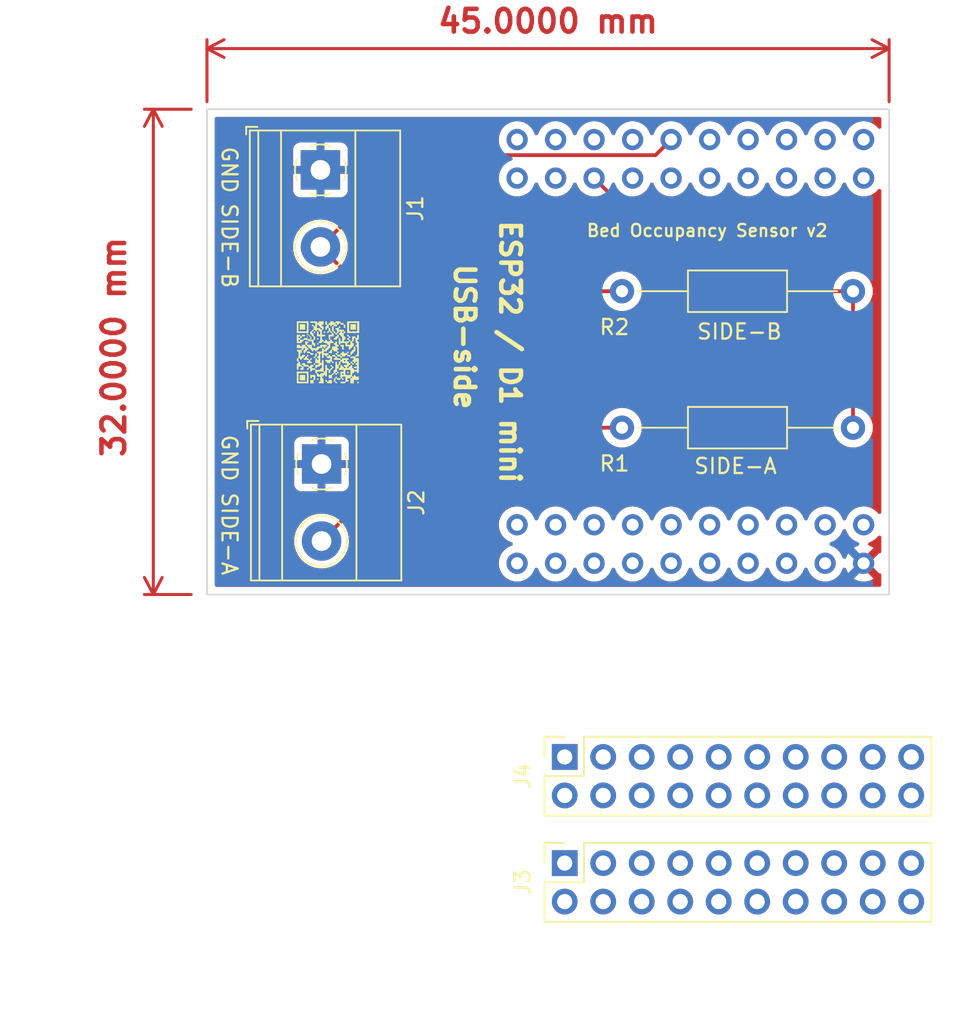
<source format=kicad_pcb>
(kicad_pcb (version 20211014) (generator pcbnew)
  (layers (0 "F.Cu" signal) (31 "B.Cu" signal) (34 "B.Paste" user) (35 "F.Paste" user) (36 "B.SilkS" user "B.Silkscreen") (37 "F.SilkS" user "F.Silkscreen") (38 "B.Mask" user) (39 "F.Mask" user) (44 "Edge.Cuts" user))
  (net 0 "")
  (net 6 "GND")
  (net 35 "/SIDE_A")
  (net 36 "/SIDE_B")
  (net 37 "Net-(R1-Pad1)")
  (footprint "Connector_PinSocket_2.54mm:PinSocket_2x10_P2.54mm_Vertical" (layer "F.Cu") (at 179.6 140.71 90)
    (fp_text reference "J3" (at -1.27 -2.77 90) (layer "F.SilkS"))
    (fp_text value "Conn_02x10_Top_Bottom")
    (pad "1" thru_hole rect (at 0 0 90) (size 1.7 1.7) (drill 1) (layers *.Cu *.Mask))
    (pad "2" thru_hole oval (at -2.54 0 90) (size 1.7 1.7) (drill 1) (layers *.Cu *.Mask))
    (pad "3" thru_hole oval (at 0 2.54 90) (size 1.7 1.7) (drill 1) (layers *.Cu *.Mask))
    (pad "4" thru_hole oval (at -2.54 2.54 90) (size 1.7 1.7) (drill 1) (layers *.Cu *.Mask))
    (pad "5" thru_hole oval (at 0 5.08 90) (size 1.7 1.7) (drill 1) (layers *.Cu *.Mask))
    (pad "6" thru_hole oval (at -2.54 5.08 90) (size 1.7 1.7) (drill 1) (layers *.Cu *.Mask))
    (pad "7" thru_hole oval (at 0 7.62 90) (size 1.7 1.7) (drill 1) (layers *.Cu *.Mask))
    (pad "8" thru_hole oval (at -2.54 7.62 90) (size 1.7 1.7) (drill 1) (layers *.Cu *.Mask))
    (pad "9" thru_hole oval (at 0 10.16 90) (size 1.7 1.7) (drill 1) (layers *.Cu *.Mask))
    (pad "10" thru_hole oval (at -2.54 10.16 90) (size 1.7 1.7) (drill 1) (layers *.Cu *.Mask))
    (pad "11" thru_hole oval (at 0 12.7 90) (size 1.7 1.7) (drill 1) (layers *.Cu *.Mask))
    (pad "12" thru_hole oval (at -2.54 12.7 90) (size 1.7 1.7) (drill 1) (layers *.Cu *.Mask))
    (pad "13" thru_hole oval (at 0 15.24 90) (size 1.7 1.7) (drill 1) (layers *.Cu *.Mask))
    (pad "14" thru_hole oval (at -2.54 15.24 90) (size 1.7 1.7) (drill 1) (layers *.Cu *.Mask))
    (pad "15" thru_hole oval (at 0 17.78 90) (size 1.7 1.7) (drill 1) (layers *.Cu *.Mask))
    (pad "16" thru_hole oval (at -2.54 17.78 90) (size 1.7 1.7) (drill 1) (layers *.Cu *.Mask))
    (pad "17" thru_hole oval (at 0 20.32 90) (size 1.7 1.7) (drill 1) (layers *.Cu *.Mask))
    (pad "18" thru_hole oval (at -2.54 20.32 90) (size 1.7 1.7) (drill 1) (layers *.Cu *.Mask))
    (pad "19" thru_hole oval (at 0 22.86 90) (size 1.7 1.7) (drill 1) (layers *.Cu *.Mask))
    (pad "20" thru_hole oval (at -2.54 22.86 90) (size 1.7 1.7) (drill 1) (layers *.Cu *.Mask))
  )
  (footprint "TerminalBlock_Phoenix:TerminalBlock_Phoenix_MKDS-1,5-2-5.08_1x02_P5.08mm_Horizontal" (layer "F.Cu") (at 163.48582 95 -90)
    (fp_text reference "J1" (at 2.54 -6.26 90) (layer "F.SilkS"))
    (fp_text value "Screw_Terminal_01x02" hide)
    (pad "1" thru_hole rect (at 0 0 270) (size 2.6 2.6) (drill 1.3) (layers *.Cu *.Mask) (net 6 "GND"))
    (pad "2" thru_hole circle (at 5.08 0 270) (size 2.6 2.6) (drill 1.3) (layers *.Cu *.Mask) (net 36 "/SIDE_B"))
  )
  (footprint "Resistor_THT:R_Axial_DIN0207_L6.3mm_D2.5mm_P15.24mm_Horizontal" (layer "F.Cu") (at 198.62 112 180)
    (fp_text reference "R1" (at 15.74 -2.37) (layer "F.SilkS"))
    (fp_text value "1MOhm" hide)
    (pad "1" thru_hole circle (at 0 0 180) (size 1.6 1.6) (drill 0.8) (layers *.Cu *.Mask) (net 37 "Net-(R1-Pad1)"))
    (pad "2" thru_hole oval (at 15.24 0 180) (size 1.6 1.6) (drill 0.8) (layers *.Cu *.Mask) (net 35 "/SIDE_A"))
  )
  (footprint "Resistor_THT:R_Axial_DIN0207_L6.3mm_D2.5mm_P15.24mm_Horizontal" (layer "F.Cu") (at 198.62 103 180)
    (fp_text reference "R2" (at 15.74 -2.37) (layer "F.SilkS"))
    (fp_text value "1MOhm" hide)
    (pad "1" thru_hole circle (at 0 0 180) (size 1.6 1.6) (drill 0.8) (layers *.Cu *.Mask) (net 37 "Net-(R1-Pad1)"))
    (pad "2" thru_hole oval (at 15.24 0 180) (size 1.6 1.6) (drill 0.8) (layers *.Cu *.Mask) (net 36 "/SIDE_B"))
  )
  (footprint "Connector_PinSocket_2.54mm:PinSocket_2x10_P2.54mm_Vertical" (layer "F.Cu") (at 179.6 133.71 90)
    (fp_text reference "J4" (at -1.27 -2.77 90) (layer "F.SilkS"))
    (fp_text value "Conn_02x10_Top_Bottom")
    (pad "1" thru_hole rect (at 0 0 90) (size 1.7 1.7) (drill 1) (layers *.Cu *.Mask))
    (pad "2" thru_hole oval (at -2.54 0 90) (size 1.7 1.7) (drill 1) (layers *.Cu *.Mask))
    (pad "3" thru_hole oval (at 0 2.54 90) (size 1.7 1.7) (drill 1) (layers *.Cu *.Mask))
    (pad "4" thru_hole oval (at -2.54 2.54 90) (size 1.7 1.7) (drill 1) (layers *.Cu *.Mask))
    (pad "5" thru_hole oval (at 0 5.08 90) (size 1.7 1.7) (drill 1) (layers *.Cu *.Mask))
    (pad "6" thru_hole oval (at -2.54 5.08 90) (size 1.7 1.7) (drill 1) (layers *.Cu *.Mask))
    (pad "7" thru_hole oval (at 0 7.62 90) (size 1.7 1.7) (drill 1) (layers *.Cu *.Mask))
    (pad "8" thru_hole oval (at -2.54 7.62 90) (size 1.7 1.7) (drill 1) (layers *.Cu *.Mask))
    (pad "9" thru_hole oval (at 0 10.16 90) (size 1.7 1.7) (drill 1) (layers *.Cu *.Mask))
    (pad "10" thru_hole oval (at -2.54 10.16 90) (size 1.7 1.7) (drill 1) (layers *.Cu *.Mask))
    (pad "11" thru_hole oval (at 0 12.7 90) (size 1.7 1.7) (drill 1) (layers *.Cu *.Mask))
    (pad "12" thru_hole oval (at -2.54 12.7 90) (size 1.7 1.7) (drill 1) (layers *.Cu *.Mask))
    (pad "13" thru_hole oval (at 0 15.24 90) (size 1.7 1.7) (drill 1) (layers *.Cu *.Mask))
    (pad "14" thru_hole oval (at -2.54 15.24 90) (size 1.7 1.7) (drill 1) (layers *.Cu *.Mask))
    (pad "15" thru_hole oval (at 0 17.78 90) (size 1.7 1.7) (drill 1) (layers *.Cu *.Mask))
    (pad "16" thru_hole oval (at -2.54 17.78 90) (size 1.7 1.7) (drill 1) (layers *.Cu *.Mask))
    (pad "17" thru_hole oval (at 0 20.32 90) (size 1.7 1.7) (drill 1) (layers *.Cu *.Mask))
    (pad "18" thru_hole oval (at -2.54 20.32 90) (size 1.7 1.7) (drill 1) (layers *.Cu *.Mask))
    (pad "19" thru_hole oval (at 0 22.86 90) (size 1.7 1.7) (drill 1) (layers *.Cu *.Mask))
    (pad "20" thru_hole oval (at -2.54 22.86 90) (size 1.7 1.7) (drill 1) (layers *.Cu *.Mask))
  )
  (footprint "TerminalBlock_Phoenix:TerminalBlock_Phoenix_MKDS-1,5-2-5.08_1x02_P5.08mm_Horizontal" (layer "F.Cu") (at 163.558481 114.394559 -90)
    (fp_text reference "J2" (at 2.54 -6.26 90) (layer "F.SilkS"))
    (fp_text value "Screw_Terminal_01x02" hide)
    (pad "1" thru_hole rect (at 0 0 270) (size 2.6 2.6) (drill 1.3) (layers *.Cu *.Mask) (net 6 "GND"))
    (pad "2" thru_hole circle (at 5.08 0 270) (size 2.6 2.6) (drill 1.3) (layers *.Cu *.Mask) (net 35 "/SIDE_A"))
  )
  (footprint "LOGO" (layer "F.Cu") (at 164 107)
    (fp_text reference "G***" hide)
    (fp_text value "LOGO" hide)
  )
  (footprint "ESP32_mini:ESP32_mini" (layer "F.Cu") (at 187.89 106.97 -90)
    (fp_text reference "U1" hide)
    (fp_text value "mini_esp32" hide)
    (pad "1" thru_hole circle (at -13.97 -11.43 180) (size 1.4 1.4) (drill 0.8) (layers *.Cu *.Mask))
    (pad "2" thru_hole circle (at -11.43 -11.43 180) (size 1.4 1.4) (drill 0.8) (layers *.Cu *.Mask))
    (pad "3" thru_hole circle (at -13.97 -8.89 180) (size 1.4 1.4) (drill 0.8) (layers *.Cu *.Mask))
    (pad "4" thru_hole circle (at -11.43 -8.89 180) (size 1.4 1.4) (drill 0.8) (layers *.Cu *.Mask))
    (pad "5" thru_hole circle (at -13.97 -6.35 180) (size 1.4 1.4) (drill 0.8) (layers *.Cu *.Mask))
    (pad "6" thru_hole circle (at -11.43 -6.35 180) (size 1.4 1.4) (drill 0.8) (layers *.Cu *.Mask))
    (pad "7" thru_hole circle (at -13.97 -3.81 180) (size 1.4 1.4) (drill 0.8) (layers *.Cu *.Mask) (net 35 "/SIDE_A"))
    (pad "8" thru_hole circle (at -11.43 -3.81 180) (size 1.4 1.4) (drill 0.8) (layers *.Cu *.Mask))
    (pad "9" thru_hole circle (at -13.97 -1.27 180) (size 1.4 1.4) (drill 0.8) (layers *.Cu *.Mask))
    (pad "10" thru_hole circle (at -11.43 -1.27 180) (size 1.4 1.4) (drill 0.8) (layers *.Cu *.Mask))
    (pad "11" thru_hole circle (at -13.97 1.27 180) (size 1.4 1.4) (drill 0.8) (layers *.Cu *.Mask) (net 36 "/SIDE_B"))
    (pad "12" thru_hole circle (at -11.43 1.27 180) (size 1.4 1.4) (drill 0.8) (layers *.Cu *.Mask))
    (pad "13" thru_hole circle (at -13.97 3.81 180) (size 1.4 1.4) (drill 0.8) (layers *.Cu *.Mask))
    (pad "14" thru_hole circle (at -11.43 3.81 180) (size 1.4 1.4) (drill 0.8) (layers *.Cu *.Mask))
    (pad "15" thru_hole circle (at -13.97 6.35 180) (size 1.4 1.4) (drill 0.8) (layers *.Cu *.Mask))
    (pad "16" thru_hole circle (at -11.43 6.35 180) (size 1.4 1.4) (drill 0.8) (layers *.Cu *.Mask) (net 37 "Net-(R1-Pad1)"))
    (pad "17" thru_hole circle (at -13.97 8.89 180) (size 1.4 1.4) (drill 0.8) (layers *.Cu *.Mask))
    (pad "18" thru_hole circle (at -11.43 8.89 180) (size 1.4 1.4) (drill 0.8) (layers *.Cu *.Mask))
    (pad "19" thru_hole circle (at -13.97 11.43 180) (size 1.4 1.4) (drill 0.8) (layers *.Cu *.Mask))
    (pad "20" thru_hole circle (at -11.43 11.43 180) (size 1.4 1.4) (drill 0.8) (layers *.Cu *.Mask))
    (pad "21" thru_hole circle (at 11.43 -11.43 180) (size 1.4 1.4) (drill 0.8) (layers *.Cu *.Mask))
    (pad "22" thru_hole circle (at 13.97 -11.43 180) (size 1.4 1.4) (drill 0.8) (layers *.Cu *.Mask) (net 6 "GND"))
    (pad "23" thru_hole circle (at 11.43 -8.89 180) (size 1.4 1.4) (drill 0.8) (layers *.Cu *.Mask))
    (pad "24" thru_hole circle (at 13.97 -8.89 180) (size 1.4 1.4) (drill 0.8) (layers *.Cu *.Mask))
    (pad "25" thru_hole circle (at 11.43 -6.35 180) (size 1.4 1.4) (drill 0.8) (layers *.Cu *.Mask))
    (pad "26" thru_hole circle (at 13.97 -6.35 180) (size 1.4 1.4) (drill 0.8) (layers *.Cu *.Mask))
    (pad "27" thru_hole circle (at 11.43 -3.81 180) (size 1.4 1.4) (drill 0.8) (layers *.Cu *.Mask))
    (pad "28" thru_hole circle (at 13.97 -3.81 180) (size 1.4 1.4) (drill 0.8) (layers *.Cu *.Mask))
    (pad "29" thru_hole circle (at 11.43 -1.27 180) (size 1.4 1.4) (drill 0.8) (layers *.Cu *.Mask))
    (pad "30" thru_hole circle (at 13.97 -1.27 180) (size 1.4 1.4) (drill 0.8) (layers *.Cu *.Mask))
    (pad "31" thru_hole circle (at 11.43 1.27 180) (size 1.4 1.4) (drill 0.8) (layers *.Cu *.Mask))
    (pad "32" thru_hole circle (at 13.97 1.27 180) (size 1.4 1.4) (drill 0.8) (layers *.Cu *.Mask))
    (pad "33" thru_hole circle (at 11.43 3.81 180) (size 1.4 1.4) (drill 0.8) (layers *.Cu *.Mask))
    (pad "34" thru_hole circle (at 13.97 3.81 180) (size 1.4 1.4) (drill 0.8) (layers *.Cu *.Mask))
    (pad "35" thru_hole circle (at 11.43 6.35 180) (size 1.4 1.4) (drill 0.8) (layers *.Cu *.Mask))
    (pad "36" thru_hole circle (at 13.97 6.35 180) (size 1.4 1.4) (drill 0.8) (layers *.Cu *.Mask))
    (pad "37" thru_hole circle (at 11.43 8.89 180) (size 1.4 1.4) (drill 0.8) (layers *.Cu *.Mask))
    (pad "38" thru_hole circle (at 13.97 8.89 180) (size 1.4 1.4) (drill 0.8) (layers *.Cu *.Mask))
    (pad "39" thru_hole circle (at 11.43 11.43 180) (size 1.4 1.4) (drill 0.8) (layers *.Cu *.Mask))
    (pad "40" thru_hole circle (at 13.97 11.43 180) (size 1.4 1.4) (drill 0.8) (layers *.Cu *.Mask))
  )
  (gr_rect (start 201 91) (end 156 123) (layer "Edge.Cuts") (width 0.1) (fill none))
  (gr_rect (start 152.02 128.525) (end 152.02 128.525) (layer "Edge.Cuts") (width 0.1) (fill none))
  (gr_text "SIDE-B" (at 191.125022 105.664541) (layer "F.SilkS") (effects (font (size 1 1))))
  (gr_text "USB-side" (at 173 106 270) (layer "F.SilkS") (effects (font (size 1.3 1.3) (thickness 0.3))))
  (gr_text "GND" (at 157.48 114 270) (layer "F.SilkS") (effects (font (size 1 1))))
  (gr_text "GND" (at 157.48 95 270) (layer "F.SilkS") (effects (font (size 1 1))))
  (gr_text "Bed Occupancy Sensor v2" (at 189 99) (layer "F.SilkS") (effects (font (size 0.8 0.8))))
  (gr_text "ESP32 / D1 mini" (at 176 107 270) (layer "F.SilkS") (effects (font (size 1.3 1.3) (thickness 0.3))))
  (gr_text "SIDE-B" (at 157.48 100 270) (layer "F.SilkS") (effects (font (size 1 1))))
  (gr_text "SIDE-A" (at 190.871668 114.531946) (layer "F.SilkS") (effects (font (size 1 1))))
  (gr_text "SIDE-A" (at 157.48 119 270) (layer "F.SilkS") (effects (font (size 1 1))))
  (dimension (type aligned) (layer "F.Cu") (pts (xy 155.46 91) (xy 155.46 123)) (height 3) (gr_text "32.0000 mm" (at 149.86 106.68 90) (layer "F.Cu") (effects (font (size 1.5 1.5) (thickness 0.3)))) (format (units 2) (units_format 1) (precision 4)) (style (thickness 0.2) (arrow_length 1.27) (text_position_mode 2) (extension_height 0.58642) (extension_offset 0.5) keep_text_aligned))
  (dimension (type aligned) (layer "F.Cu") (pts (xy 156 91) (xy 201 91)) (height -4) (gr_text "45.0000 mm" (at 178.5 85.2) (layer "F.Cu") (effects (font (size 1.5 1.5) (thickness 0.3)))) (format (units 2) (units_format 1) (precision 4)) (style (thickness 0.2) (arrow_length 1.27) (text_position_mode 0) (extension_height 0.58642) (extension_offset 0.5) keep_text_aligned))
  (segment (start 171.03304 112) (end 183.38 112) (width 0.25) (layer "F.Cu") (net 35))
  (segment (start 163.558481 119.474559) (end 171.03304 112) (width 0.25) (layer "F.Cu") (net 35))
  (segment (start 163.48582 100.08) (end 169.54082 94.025) (width 0.25) (layer "F.Cu") (net 36))
  (segment (start 169.54082 94.025) (end 185.595 94.025) (width 0.25) (layer "F.Cu") (net 36))
  (segment (start 166.40582 103) (end 163.48582 100.08) (width 0.25) (layer "F.Cu") (net 36))
  (segment (start 183.38 103) (end 166.40582 103) (width 0.25) (layer "F.Cu") (net 36))
  (segment (start 185.595 94.025) (end 186.62 93) (width 0.25) (layer "F.Cu") (net 36))
  (segment (start 198.62 103) (end 198.62 112) (width 0.25) (layer "F.Cu") (net 37))
  (segment (start 198.62 103) (end 189 103) (width 0.25) (layer "F.Cu") (net 37))
  (segment (start 189 103) (end 181.54 95.54) (width 0.25) (layer "F.Cu") (net 37))
  (zone (net 6) (net_name "GND") (layer "F.Cu") (connect_pads (clearance 0.508)) (min_thickness 0.254) (fill yes (thermal_gap 0.508) (thermal_bridge_width 0.508))
    (polygon (pts (xy 202 124) (xy 154.46 124) (xy 154.46 90) (xy 202 90)))
  )
  (zone (net 6) (net_name "GND") (layers F&B.Cu) (connect_pads (clearance 0.508)) (min_thickness 0.254) (fill yes (thermal_gap 0.508) (thermal_bridge_width 0.508))
    (polygon (pts (xy 199.94 124) (xy 154.94 124) (xy 154.94 90) (xy 199.94 90)))
  )
)
</source>
